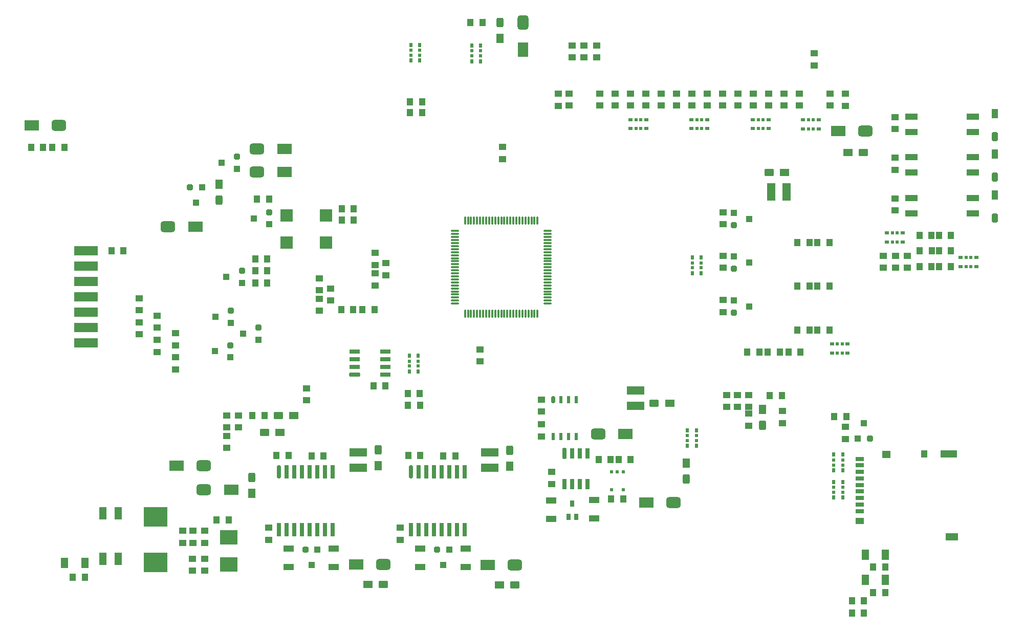
<source format=gbp>
G04*
G04 #@! TF.GenerationSoftware,Altium Limited,Altium Designer,19.1.5 (86)*
G04*
G04 Layer_Color=128*
%FSLAX44Y44*%
%MOMM*%
G71*
G01*
G75*
%ADD20R,1.0000X1.3000*%
G04:AMPARAMS|DCode=21|XSize=1.6mm|YSize=1.2mm|CornerRadius=0.3mm|HoleSize=0mm|Usage=FLASHONLY|Rotation=90.000|XOffset=0mm|YOffset=0mm|HoleType=Round|Shape=RoundedRectangle|*
%AMROUNDEDRECTD21*
21,1,1.6000,0.6000,0,0,90.0*
21,1,1.0000,1.2000,0,0,90.0*
1,1,0.6000,0.3000,0.5000*
1,1,0.6000,0.3000,-0.5000*
1,1,0.6000,-0.3000,-0.5000*
1,1,0.6000,-0.3000,0.5000*
%
%ADD21ROUNDEDRECTD21*%
%ADD22R,1.2000X1.6000*%
%ADD23R,1.3000X1.0000*%
%ADD24R,0.6000X0.6500*%
%ADD25R,0.6000X0.5500*%
%ADD29O,0.3000X1.4000*%
%ADD30O,1.4000X0.3000*%
%ADD73R,2.0000X2.0000*%
%ADD102R,0.5500X0.6000*%
%ADD103R,0.6500X0.6000*%
%ADD104R,4.0000X1.6000*%
%ADD105R,0.7300X1.7800*%
G04:AMPARAMS|DCode=106|XSize=0.73mm|YSize=1.78mm|CornerRadius=0.1825mm|HoleSize=0mm|Usage=FLASHONLY|Rotation=0.000|XOffset=0mm|YOffset=0mm|HoleType=Round|Shape=RoundedRectangle|*
%AMROUNDEDRECTD106*
21,1,0.7300,1.4150,0,0,0.0*
21,1,0.3650,1.7800,0,0,0.0*
1,1,0.3650,0.1825,-0.7075*
1,1,0.3650,-0.1825,-0.7075*
1,1,0.3650,-0.1825,0.7075*
1,1,0.3650,0.1825,0.7075*
%
%ADD106ROUNDEDRECTD106*%
G04:AMPARAMS|DCode=107|XSize=0.73mm|YSize=1.78mm|CornerRadius=0.1825mm|HoleSize=0mm|Usage=FLASHONLY|Rotation=90.000|XOffset=0mm|YOffset=0mm|HoleType=Round|Shape=RoundedRectangle|*
%AMROUNDEDRECTD107*
21,1,0.7300,1.4150,0,0,90.0*
21,1,0.3650,1.7800,0,0,90.0*
1,1,0.3650,0.7075,0.1825*
1,1,0.3650,0.7075,-0.1825*
1,1,0.3650,-0.7075,-0.1825*
1,1,0.3650,-0.7075,0.1825*
%
%ADD107ROUNDEDRECTD107*%
%ADD108R,1.7800X0.7300*%
G04:AMPARAMS|DCode=109|XSize=1mm|YSize=1mm|CornerRadius=0.25mm|HoleSize=0mm|Usage=FLASHONLY|Rotation=180.000|XOffset=0mm|YOffset=0mm|HoleType=Round|Shape=RoundedRectangle|*
%AMROUNDEDRECTD109*
21,1,1.0000,0.5000,0,0,180.0*
21,1,0.5000,1.0000,0,0,180.0*
1,1,0.5000,-0.2500,0.2500*
1,1,0.5000,0.2500,0.2500*
1,1,0.5000,0.2500,-0.2500*
1,1,0.5000,-0.2500,-0.2500*
%
%ADD109ROUNDEDRECTD109*%
%ADD110R,1.0000X1.0000*%
G04:AMPARAMS|DCode=111|XSize=1mm|YSize=1mm|CornerRadius=0.25mm|HoleSize=0mm|Usage=FLASHONLY|Rotation=270.000|XOffset=0mm|YOffset=0mm|HoleType=Round|Shape=RoundedRectangle|*
%AMROUNDEDRECTD111*
21,1,1.0000,0.5000,0,0,270.0*
21,1,0.5000,1.0000,0,0,270.0*
1,1,0.5000,-0.2500,-0.2500*
1,1,0.5000,-0.2500,0.2500*
1,1,0.5000,0.2500,0.2500*
1,1,0.5000,0.2500,-0.2500*
%
%ADD111ROUNDEDRECTD111*%
%ADD112R,1.0000X1.0000*%
%ADD113R,1.3000X1.8000*%
G04:AMPARAMS|DCode=114|XSize=1.8mm|YSize=2.4mm|CornerRadius=0.45mm|HoleSize=0mm|Usage=FLASHONLY|Rotation=270.000|XOffset=0mm|YOffset=0mm|HoleType=Round|Shape=RoundedRectangle|*
%AMROUNDEDRECTD114*
21,1,1.8000,1.5000,0,0,270.0*
21,1,0.9000,2.4000,0,0,270.0*
1,1,0.9000,-0.7500,-0.4500*
1,1,0.9000,-0.7500,0.4500*
1,1,0.9000,0.7500,0.4500*
1,1,0.9000,0.7500,-0.4500*
%
%ADD114ROUNDEDRECTD114*%
%ADD115R,2.4000X1.8000*%
%ADD116R,1.2000X2.0000*%
%ADD117R,1.6000X1.2000*%
G04:AMPARAMS|DCode=118|XSize=1.6mm|YSize=1.2mm|CornerRadius=0.3mm|HoleSize=0mm|Usage=FLASHONLY|Rotation=0.000|XOffset=0mm|YOffset=0mm|HoleType=Round|Shape=RoundedRectangle|*
%AMROUNDEDRECTD118*
21,1,1.6000,0.6000,0,0,0.0*
21,1,1.0000,1.2000,0,0,0.0*
1,1,0.6000,0.5000,-0.3000*
1,1,0.6000,-0.5000,-0.3000*
1,1,0.6000,-0.5000,0.3000*
1,1,0.6000,0.5000,0.3000*
%
%ADD118ROUNDEDRECTD118*%
%ADD119R,3.0000X2.4000*%
%ADD122R,4.0000X3.2000*%
%ADD123R,0.6000X1.2000*%
G04:AMPARAMS|DCode=124|XSize=0.6mm|YSize=1.2mm|CornerRadius=0.15mm|HoleSize=0mm|Usage=FLASHONLY|Rotation=0.000|XOffset=0mm|YOffset=0mm|HoleType=Round|Shape=RoundedRectangle|*
%AMROUNDEDRECTD124*
21,1,0.6000,0.9000,0,0,0.0*
21,1,0.3000,1.2000,0,0,0.0*
1,1,0.3000,0.1500,-0.4500*
1,1,0.3000,-0.1500,-0.4500*
1,1,0.3000,-0.1500,0.4500*
1,1,0.3000,0.1500,0.4500*
%
%ADD124ROUNDEDRECTD124*%
%ADD125R,0.6000X0.6000*%
%ADD126R,1.8000X1.1000*%
%ADD127R,0.8000X1.0000*%
G04:AMPARAMS|DCode=128|XSize=0.64mm|YSize=2.16mm|CornerRadius=0.16mm|HoleSize=0mm|Usage=FLASHONLY|Rotation=180.000|XOffset=0mm|YOffset=0mm|HoleType=Round|Shape=RoundedRectangle|*
%AMROUNDEDRECTD128*
21,1,0.6400,1.8400,0,0,180.0*
21,1,0.3200,2.1600,0,0,180.0*
1,1,0.3200,-0.1600,0.9200*
1,1,0.3200,0.1600,0.9200*
1,1,0.3200,0.1600,-0.9200*
1,1,0.3200,-0.1600,-0.9200*
%
%ADD128ROUNDEDRECTD128*%
%ADD129R,0.6400X2.1600*%
%ADD130R,2.0000X1.0000*%
%ADD131R,1.0000X1.5000*%
G04:AMPARAMS|DCode=132|XSize=1mm|YSize=1.5mm|CornerRadius=0.25mm|HoleSize=0mm|Usage=FLASHONLY|Rotation=180.000|XOffset=0mm|YOffset=0mm|HoleType=Round|Shape=RoundedRectangle|*
%AMROUNDEDRECTD132*
21,1,1.0000,1.0000,0,0,180.0*
21,1,0.5000,1.5000,0,0,180.0*
1,1,0.5000,-0.2500,0.5000*
1,1,0.5000,0.2500,0.5000*
1,1,0.5000,0.2500,-0.5000*
1,1,0.5000,-0.2500,-0.5000*
%
%ADD132ROUNDEDRECTD132*%
%ADD133R,1.4000X0.7500*%
%ADD134R,1.4000X1.0000*%
%ADD135R,1.4000X1.2000*%
%ADD136R,1.0000X1.2000*%
%ADD137R,2.8000X1.2000*%
%ADD138R,2.0000X1.2000*%
%ADD139R,1.4000X3.0000*%
%ADD140R,3.0000X1.4000*%
G04:AMPARAMS|DCode=141|XSize=1.8mm|YSize=2.4mm|CornerRadius=0.45mm|HoleSize=0mm|Usage=FLASHONLY|Rotation=0.000|XOffset=0mm|YOffset=0mm|HoleType=Round|Shape=RoundedRectangle|*
%AMROUNDEDRECTD141*
21,1,1.8000,1.5000,0,0,0.0*
21,1,0.9000,2.4000,0,0,0.0*
1,1,0.9000,0.4500,-0.7500*
1,1,0.9000,-0.4500,-0.7500*
1,1,0.9000,-0.4500,0.7500*
1,1,0.9000,0.4500,0.7500*
%
%ADD141ROUNDEDRECTD141*%
%ADD142R,1.8000X2.4000*%
D20*
X1285000Y2269000D02*
D03*
X1305000D02*
D03*
X1250000D02*
D03*
X1270000D02*
D03*
X1784000Y2168000D02*
D03*
X1764000D02*
D03*
X1620730Y2085080D02*
D03*
X1640730D02*
D03*
Y2065080D02*
D03*
X1620730D02*
D03*
X1620730Y2045080D02*
D03*
X1640730D02*
D03*
X1977000Y2476000D02*
D03*
X1997000D02*
D03*
X1897000Y2345000D02*
D03*
X1877000D02*
D03*
X2740096Y2098000D02*
D03*
X2720096D02*
D03*
X2772000Y2072000D02*
D03*
X2752000D02*
D03*
X2740000D02*
D03*
X2720000D02*
D03*
X2772096Y2098000D02*
D03*
X2752096D02*
D03*
X2772000Y2124000D02*
D03*
X2752000D02*
D03*
X2740000D02*
D03*
X2720000D02*
D03*
X2518000Y2112000D02*
D03*
X2538000D02*
D03*
X2551000D02*
D03*
X2571000D02*
D03*
X2551000Y2040000D02*
D03*
X2571000D02*
D03*
X2551000Y1967000D02*
D03*
X2571000D02*
D03*
X2518000Y2040000D02*
D03*
X2538000D02*
D03*
X2538000Y1967000D02*
D03*
X2518000D02*
D03*
X1339000Y1558000D02*
D03*
X1319000D02*
D03*
X2663250Y1532770D02*
D03*
X2643250D02*
D03*
Y1574770D02*
D03*
X2663250D02*
D03*
X2608000Y1519000D02*
D03*
X2628000D02*
D03*
X2608000Y1499000D02*
D03*
X2628000D02*
D03*
X2435000Y1931000D02*
D03*
X2455000D02*
D03*
X2469000D02*
D03*
X2489000D02*
D03*
X2523000D02*
D03*
X2503000D02*
D03*
X2492000Y1859000D02*
D03*
X2472000D02*
D03*
X1644000Y2184000D02*
D03*
X1624000D02*
D03*
X1784000Y2149000D02*
D03*
X1764000D02*
D03*
X1403000Y2098000D02*
D03*
X1383000D02*
D03*
X1798000Y2001000D02*
D03*
X1818000D02*
D03*
X1616000Y1826000D02*
D03*
X1636000D02*
D03*
X1763000Y2001000D02*
D03*
X1783000D02*
D03*
X1557000Y1653000D02*
D03*
X1577000D02*
D03*
X1836420Y1874520D02*
D03*
X1816420D02*
D03*
X2230000Y1688000D02*
D03*
X2210000D02*
D03*
X2209000Y1753000D02*
D03*
X2189000D02*
D03*
X2242000D02*
D03*
X2222000D02*
D03*
X1676000Y1760000D02*
D03*
X1656000D02*
D03*
X1734000Y1759000D02*
D03*
X1714000D02*
D03*
X1952000D02*
D03*
X1932000D02*
D03*
X1894000Y1760000D02*
D03*
X1874000D02*
D03*
X2599000Y1824000D02*
D03*
X2579000D02*
D03*
X1893250Y1861820D02*
D03*
X1873250D02*
D03*
X1893570Y1842770D02*
D03*
X1873570D02*
D03*
X1897129Y2327112D02*
D03*
X1877129D02*
D03*
D21*
X1561000Y2182000D02*
D03*
X2460000Y1810000D02*
D03*
X1615000Y1723000D02*
D03*
X2334000Y1721000D02*
D03*
X2042000Y1768200D02*
D03*
X1824400Y1768750D02*
D03*
X2026000Y2476000D02*
D03*
D22*
X1561000Y2208000D02*
D03*
X2460000Y1836000D02*
D03*
X1615000Y1697000D02*
D03*
X2334000Y1747000D02*
D03*
X2042000Y1742200D02*
D03*
X1824400Y1742750D02*
D03*
X2026000Y2450000D02*
D03*
D23*
X2165000Y2418000D02*
D03*
Y2438000D02*
D03*
X2546000Y2425000D02*
D03*
Y2405000D02*
D03*
X2145000Y2418000D02*
D03*
Y2438000D02*
D03*
X2139950Y2338390D02*
D03*
Y2358390D02*
D03*
X2597150Y2338070D02*
D03*
Y2358070D02*
D03*
X2571750Y2338390D02*
D03*
Y2358390D02*
D03*
X2520950Y2338390D02*
D03*
Y2358390D02*
D03*
X2190750Y2338390D02*
D03*
Y2358390D02*
D03*
X2495550Y2338390D02*
D03*
Y2358390D02*
D03*
X2470150Y2338390D02*
D03*
Y2358390D02*
D03*
X2444750Y2338390D02*
D03*
Y2358390D02*
D03*
X2419350Y2338390D02*
D03*
Y2358390D02*
D03*
X2393950Y2338390D02*
D03*
Y2358390D02*
D03*
X2368550Y2338390D02*
D03*
Y2358390D02*
D03*
X2343150Y2338390D02*
D03*
Y2358390D02*
D03*
X2317750Y2338390D02*
D03*
Y2358390D02*
D03*
X2292350Y2338390D02*
D03*
Y2358390D02*
D03*
X2266950Y2338390D02*
D03*
Y2358390D02*
D03*
X2241550Y2338390D02*
D03*
Y2358390D02*
D03*
X2216150Y2338390D02*
D03*
Y2358390D02*
D03*
X2186000Y2418000D02*
D03*
Y2438000D02*
D03*
X2122170Y2358070D02*
D03*
Y2338070D02*
D03*
X2030000Y2250000D02*
D03*
Y2270000D02*
D03*
X1992630Y1935160D02*
D03*
Y1915160D02*
D03*
X1459000Y1951000D02*
D03*
Y1931000D02*
D03*
Y1971000D02*
D03*
Y1991000D02*
D03*
X1429000Y1980000D02*
D03*
Y1960000D02*
D03*
Y2000000D02*
D03*
Y2020000D02*
D03*
X1489000Y1922000D02*
D03*
Y1902000D02*
D03*
Y1942000D02*
D03*
Y1962000D02*
D03*
X2437000Y1829000D02*
D03*
Y1809000D02*
D03*
X2493000Y1813000D02*
D03*
Y1833000D02*
D03*
X2401000Y1840000D02*
D03*
Y1860000D02*
D03*
X2419000Y1840000D02*
D03*
Y1860000D02*
D03*
X2437000Y1840000D02*
D03*
Y1860000D02*
D03*
X1706000Y1851000D02*
D03*
Y1871000D02*
D03*
X1819000Y2061000D02*
D03*
Y2041000D02*
D03*
Y2095000D02*
D03*
Y2075000D02*
D03*
X1837000Y2078000D02*
D03*
Y2058000D02*
D03*
X1727000Y2033000D02*
D03*
Y2053000D02*
D03*
Y1999000D02*
D03*
Y2019000D02*
D03*
X1746000Y2036000D02*
D03*
Y2016000D02*
D03*
X1593000Y1826000D02*
D03*
Y1806000D02*
D03*
X1501000Y1635000D02*
D03*
Y1615000D02*
D03*
X1518000Y1635000D02*
D03*
Y1615000D02*
D03*
X1517000Y1589000D02*
D03*
Y1569000D02*
D03*
X2597000Y1807000D02*
D03*
Y1787000D02*
D03*
X2094600Y1811320D02*
D03*
Y1791320D02*
D03*
Y1832320D02*
D03*
Y1852320D02*
D03*
X2111600Y1732320D02*
D03*
Y1712320D02*
D03*
X1643000Y1640000D02*
D03*
Y1620000D02*
D03*
X1861000Y1640000D02*
D03*
Y1620000D02*
D03*
X1537000Y1569000D02*
D03*
Y1589000D02*
D03*
Y1615000D02*
D03*
Y1635000D02*
D03*
X1574000Y1792000D02*
D03*
Y1772000D02*
D03*
Y1826000D02*
D03*
Y1806000D02*
D03*
X2679520Y2319540D02*
D03*
Y2299540D02*
D03*
X2679520Y2252540D02*
D03*
Y2232540D02*
D03*
X2700000Y2070000D02*
D03*
Y2090000D02*
D03*
X2680000Y2070000D02*
D03*
Y2090000D02*
D03*
X2660000Y2070000D02*
D03*
Y2090000D02*
D03*
X2679520Y2184940D02*
D03*
Y2164940D02*
D03*
X2395000Y1997000D02*
D03*
Y2017000D02*
D03*
X2395000Y2070000D02*
D03*
Y2090000D02*
D03*
Y2142000D02*
D03*
Y2162000D02*
D03*
D24*
X1979000Y2438000D02*
D03*
X1993750Y2412000D02*
D03*
Y2438000D02*
D03*
X1979000Y2412000D02*
D03*
X1893000Y2439000D02*
D03*
X1878250Y2413000D02*
D03*
Y2439000D02*
D03*
X1893000Y2413000D02*
D03*
X2350750Y1801500D02*
D03*
X2336000Y1775500D02*
D03*
Y1801500D02*
D03*
X2350750Y1775500D02*
D03*
X1875790Y1924650D02*
D03*
X1890540Y1898650D02*
D03*
Y1924650D02*
D03*
X1875790Y1898650D02*
D03*
X2578000Y1716000D02*
D03*
X2592750Y1690000D02*
D03*
Y1716000D02*
D03*
X2578000Y1690000D02*
D03*
Y1761004D02*
D03*
X2592750Y1735004D02*
D03*
Y1761004D02*
D03*
X2578000Y1735004D02*
D03*
X2359000Y2061000D02*
D03*
X2344250Y2087000D02*
D03*
Y2061000D02*
D03*
X2359000Y2087000D02*
D03*
D25*
X1979000Y2429000D02*
D03*
X1993750Y2421000D02*
D03*
Y2429000D02*
D03*
X1979000Y2421000D02*
D03*
X1893000Y2430000D02*
D03*
X1878250Y2422000D02*
D03*
Y2430000D02*
D03*
X1893000Y2422000D02*
D03*
X2350750Y1792500D02*
D03*
X2336000Y1784500D02*
D03*
Y1792500D02*
D03*
X2350750Y1784500D02*
D03*
X1875790Y1915650D02*
D03*
X1890540Y1907650D02*
D03*
Y1915650D02*
D03*
X1875790Y1907650D02*
D03*
X2578000Y1707000D02*
D03*
X2592750Y1699000D02*
D03*
Y1707000D02*
D03*
X2578000Y1699000D02*
D03*
Y1752004D02*
D03*
X2592750Y1744003D02*
D03*
Y1752004D02*
D03*
X2578000Y1744003D02*
D03*
X2359000Y2070000D02*
D03*
X2344250Y2078000D02*
D03*
Y2070000D02*
D03*
X2359000Y2078000D02*
D03*
D29*
X1968000Y1994000D02*
D03*
X1973000D02*
D03*
X1978000D02*
D03*
X1983000D02*
D03*
X1988000D02*
D03*
X1993000D02*
D03*
X1998000D02*
D03*
X2003000D02*
D03*
X2008000D02*
D03*
X2013000D02*
D03*
X2018000D02*
D03*
X2023000D02*
D03*
X2028000D02*
D03*
X2033000D02*
D03*
X2038000D02*
D03*
X2043000D02*
D03*
X2048000D02*
D03*
X2053000D02*
D03*
X2058000D02*
D03*
X2063000D02*
D03*
X2068000D02*
D03*
X2073000D02*
D03*
X2078000D02*
D03*
X2083000D02*
D03*
X2088000D02*
D03*
Y2148000D02*
D03*
X2083000D02*
D03*
X2078000D02*
D03*
X2073000D02*
D03*
X2068000D02*
D03*
X2063000D02*
D03*
X2058000D02*
D03*
X2053000D02*
D03*
X2048000D02*
D03*
X2043000D02*
D03*
X2038000D02*
D03*
X2033000D02*
D03*
X2028000D02*
D03*
X2023000D02*
D03*
X2018000D02*
D03*
X2013000D02*
D03*
X2008000D02*
D03*
X2003000D02*
D03*
X1998000D02*
D03*
X1993000D02*
D03*
X1988000D02*
D03*
X1983000D02*
D03*
X1978000D02*
D03*
X1973000D02*
D03*
X1968000D02*
D03*
D30*
X2105000Y2011000D02*
D03*
Y2016000D02*
D03*
Y2021000D02*
D03*
Y2026000D02*
D03*
Y2031000D02*
D03*
Y2036000D02*
D03*
Y2041000D02*
D03*
Y2046000D02*
D03*
Y2051000D02*
D03*
Y2056000D02*
D03*
Y2061000D02*
D03*
Y2066000D02*
D03*
Y2071000D02*
D03*
Y2076000D02*
D03*
Y2081000D02*
D03*
Y2086000D02*
D03*
Y2091000D02*
D03*
Y2096000D02*
D03*
Y2101000D02*
D03*
Y2106000D02*
D03*
Y2111000D02*
D03*
Y2116000D02*
D03*
Y2121000D02*
D03*
Y2126000D02*
D03*
Y2131000D02*
D03*
X1951000D02*
D03*
Y2126000D02*
D03*
Y2121000D02*
D03*
Y2116000D02*
D03*
Y2111000D02*
D03*
Y2106000D02*
D03*
Y2101000D02*
D03*
Y2096000D02*
D03*
Y2091000D02*
D03*
Y2086000D02*
D03*
Y2081000D02*
D03*
Y2076000D02*
D03*
Y2071000D02*
D03*
Y2066000D02*
D03*
Y2061000D02*
D03*
Y2056000D02*
D03*
Y2051000D02*
D03*
Y2046000D02*
D03*
Y2041000D02*
D03*
Y2036000D02*
D03*
Y2031000D02*
D03*
Y2026000D02*
D03*
Y2021000D02*
D03*
Y2016000D02*
D03*
Y2011000D02*
D03*
D73*
X1673000Y2112000D02*
D03*
X1738000D02*
D03*
X1673000Y2157000D02*
D03*
X1738000D02*
D03*
D102*
X2258820Y2315480D02*
D03*
X2250820Y2300730D02*
D03*
X2258820D02*
D03*
X2250820Y2315480D02*
D03*
X2536190Y2314720D02*
D03*
X2544190Y2299970D02*
D03*
X2536190D02*
D03*
X2544190Y2314720D02*
D03*
X2453260Y2315210D02*
D03*
X2461260Y2300460D02*
D03*
X2453260D02*
D03*
X2461260Y2315210D02*
D03*
X2351660D02*
D03*
X2359660Y2300460D02*
D03*
X2351660D02*
D03*
X2359660Y2315210D02*
D03*
X2675000Y2127750D02*
D03*
X2683000Y2113000D02*
D03*
X2675000D02*
D03*
X2683000Y2127750D02*
D03*
X2805000Y2087000D02*
D03*
X2797000Y2072250D02*
D03*
X2805000D02*
D03*
X2797000Y2087000D02*
D03*
X2592000Y1944000D02*
D03*
X2584000Y1929250D02*
D03*
X2592000D02*
D03*
X2584000Y1944000D02*
D03*
D103*
X2267820Y2315480D02*
D03*
X2241820Y2300730D02*
D03*
X2267820D02*
D03*
X2241820Y2315480D02*
D03*
X2527190Y2314720D02*
D03*
X2553190Y2299970D02*
D03*
X2527190D02*
D03*
X2553190Y2314720D02*
D03*
X2444260Y2315210D02*
D03*
X2470260Y2300460D02*
D03*
X2444260D02*
D03*
X2470260Y2315210D02*
D03*
X2342660D02*
D03*
X2368660Y2300460D02*
D03*
X2342660D02*
D03*
X2368660Y2315210D02*
D03*
X2666000Y2127750D02*
D03*
X2692000Y2113000D02*
D03*
X2666000D02*
D03*
X2692000Y2127750D02*
D03*
X2814000Y2087000D02*
D03*
X2788000Y2072250D02*
D03*
X2814000D02*
D03*
X2788000Y2087000D02*
D03*
X2601000Y1944000D02*
D03*
X2575000Y1929250D02*
D03*
X2601000D02*
D03*
X2575000Y1944000D02*
D03*
D104*
X1341320Y2098600D02*
D03*
Y2073200D02*
D03*
Y2047800D02*
D03*
Y2022400D02*
D03*
Y1997000D02*
D03*
Y1971600D02*
D03*
Y1946200D02*
D03*
D105*
X2132200Y1712520D02*
D03*
X2144900D02*
D03*
X2170300D02*
D03*
X2157600D02*
D03*
Y1763320D02*
D03*
X2170300D02*
D03*
X2144900D02*
D03*
D106*
X2132200D02*
D03*
D107*
X1785620Y1893570D02*
D03*
D108*
Y1906270D02*
D03*
Y1931670D02*
D03*
Y1918970D02*
D03*
X1836420D02*
D03*
Y1931670D02*
D03*
Y1906270D02*
D03*
Y1893570D02*
D03*
D109*
X1580000Y1942000D02*
D03*
X1580500Y1999000D02*
D03*
X1626500Y1971000D02*
D03*
X1598730Y2065080D02*
D03*
X1644000Y2162000D02*
D03*
X1591000Y2254000D02*
D03*
X2413000Y1996000D02*
D03*
X2413000Y2069000D02*
D03*
Y2141000D02*
D03*
D110*
X1580000Y1922000D02*
D03*
X1554500Y1932000D02*
D03*
X1580500Y1979000D02*
D03*
X1555000Y1989000D02*
D03*
X1626500Y1951000D02*
D03*
X1601000Y1961000D02*
D03*
X1598730Y2045080D02*
D03*
X1573230Y2055080D02*
D03*
X1618500Y2152000D02*
D03*
X1644000Y2142000D02*
D03*
X1565500Y2244000D02*
D03*
X1591000Y2234000D02*
D03*
X2438500Y2006000D02*
D03*
X2413000Y2016000D02*
D03*
X2438500Y2079000D02*
D03*
X2413000Y2089000D02*
D03*
X2438500Y2151000D02*
D03*
X2413000Y2161000D02*
D03*
D111*
X1513000Y2203500D02*
D03*
X2638000Y1787500D02*
D03*
X1704000Y1603780D02*
D03*
X1922000D02*
D03*
D112*
X1533000Y2203500D02*
D03*
X1523000Y2178000D02*
D03*
X2628000Y1813000D02*
D03*
X2618000Y1787500D02*
D03*
X1714000Y1578280D02*
D03*
X1724000Y1603780D02*
D03*
X1932000Y1578280D02*
D03*
X1942000Y1603780D02*
D03*
D113*
X1339000Y1582000D02*
D03*
X1305750D02*
D03*
X2630000Y1553770D02*
D03*
X2663250D02*
D03*
Y1595770D02*
D03*
X2630000D02*
D03*
D114*
X1536000Y1743000D02*
D03*
X1296000Y2306000D02*
D03*
X1624000Y2229000D02*
D03*
X1624000Y2267000D02*
D03*
X1536000Y1703000D02*
D03*
X1476731Y2138079D02*
D03*
X2630720Y2296160D02*
D03*
X2312600Y1682050D02*
D03*
X2050600Y1578450D02*
D03*
X2188000Y1795000D02*
D03*
X1833000Y1579000D02*
D03*
D115*
X1490999Y1743001D02*
D03*
X1250999Y2306001D02*
D03*
X1669001Y2228999D02*
D03*
X1669001Y2266999D02*
D03*
X1581001Y1702999D02*
D03*
X1521732Y2138078D02*
D03*
X2585719Y2296161D02*
D03*
X2267599Y1682051D02*
D03*
X2005599Y1578451D02*
D03*
X2233001Y1794999D02*
D03*
X1787999Y1579001D02*
D03*
D116*
X1394000Y1589000D02*
D03*
X1368600D02*
D03*
X1394000Y1664000D02*
D03*
X1368600D02*
D03*
D117*
X1685000Y1826000D02*
D03*
X1662000Y1798000D02*
D03*
X2601250Y2261000D02*
D03*
X2497000Y2228000D02*
D03*
X2307000Y1846000D02*
D03*
X2024600Y1545450D02*
D03*
X1807000Y1546000D02*
D03*
D118*
X1659000Y1826000D02*
D03*
X1636000Y1798000D02*
D03*
X2627250Y2261000D02*
D03*
X2471000Y2228000D02*
D03*
X2281000Y1846000D02*
D03*
X2050600Y1545450D02*
D03*
X1833000Y1546000D02*
D03*
D119*
X1576999Y1578999D02*
D03*
X1577000Y1624000D02*
D03*
D122*
X1456000Y1658000D02*
D03*
X1455999Y1582999D02*
D03*
D123*
X2152300Y1791360D02*
D03*
Y1852320D02*
D03*
X2126900D02*
D03*
Y1791360D02*
D03*
X2139600Y1852320D02*
D03*
Y1791360D02*
D03*
X2114200D02*
D03*
D124*
Y1852320D02*
D03*
D125*
X2229500Y1733000D02*
D03*
X2210500D02*
D03*
X2220000D02*
D03*
X2210500Y1703000D02*
D03*
X2229500D02*
D03*
D126*
X2110600Y1654320D02*
D03*
Y1685320D02*
D03*
X2181600Y1655320D02*
D03*
Y1686320D02*
D03*
X1676000Y1605780D02*
D03*
Y1574780D02*
D03*
X1751000Y1605780D02*
D03*
Y1574780D02*
D03*
X1894000Y1605780D02*
D03*
Y1574780D02*
D03*
X1969000Y1605780D02*
D03*
Y1574780D02*
D03*
D127*
X2145600Y1680320D02*
D03*
X2151950Y1658391D02*
D03*
X2139250D02*
D03*
D128*
X1660200Y1732280D02*
D03*
X1878200D02*
D03*
D129*
X1672900D02*
D03*
X1685600D02*
D03*
X1698300D02*
D03*
X1711000D02*
D03*
X1723700D02*
D03*
X1736400D02*
D03*
X1749100D02*
D03*
X1660200Y1636780D02*
D03*
X1672900D02*
D03*
X1685600D02*
D03*
X1698300D02*
D03*
X1711000D02*
D03*
X1723700D02*
D03*
X1736400D02*
D03*
X1749100D02*
D03*
X1890900Y1732280D02*
D03*
X1903600D02*
D03*
X1916300D02*
D03*
X1929000D02*
D03*
X1941700D02*
D03*
X1954400D02*
D03*
X1967100D02*
D03*
X1878200Y1636780D02*
D03*
X1890900D02*
D03*
X1903600D02*
D03*
X1916300D02*
D03*
X1929000D02*
D03*
X1941700D02*
D03*
X1954400D02*
D03*
X1967100D02*
D03*
D130*
X2808000Y2294600D02*
D03*
Y2320000D02*
D03*
X2706400Y2294600D02*
D03*
Y2320000D02*
D03*
X2808000Y2227600D02*
D03*
Y2253000D02*
D03*
X2706400Y2227600D02*
D03*
Y2253000D02*
D03*
X2808000Y2160000D02*
D03*
Y2185400D02*
D03*
X2706400Y2160000D02*
D03*
Y2185400D02*
D03*
D131*
X2844520Y2325540D02*
D03*
Y2258540D02*
D03*
Y2190940D02*
D03*
D132*
X2844520Y2287050D02*
D03*
Y2220050D02*
D03*
Y2152450D02*
D03*
D133*
X2621000Y1667000D02*
D03*
Y1678000D02*
D03*
Y1700000D02*
D03*
Y1689000D02*
D03*
Y1722000D02*
D03*
Y1711000D02*
D03*
Y1744000D02*
D03*
Y1733000D02*
D03*
Y1753750D02*
D03*
D134*
Y1651500D02*
D03*
D135*
X2664750Y1761750D02*
D03*
D136*
X2727750Y1762250D02*
D03*
D137*
X2768750Y1762250D02*
D03*
D138*
X2773250Y1625250D02*
D03*
D139*
X2474750Y2196000D02*
D03*
X2500000D02*
D03*
D140*
X2250000Y1867000D02*
D03*
Y1841750D02*
D03*
X2008600Y1764450D02*
D03*
Y1739200D02*
D03*
X1791000Y1765000D02*
D03*
Y1739750D02*
D03*
D141*
X2064000Y2476000D02*
D03*
D142*
X2063999Y2430999D02*
D03*
M02*

</source>
